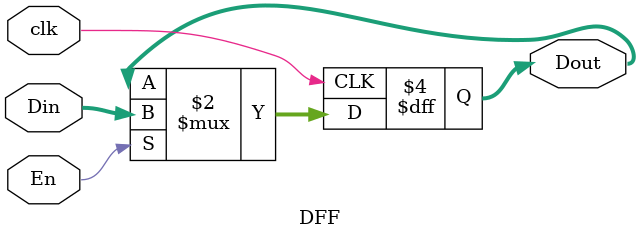
<source format=v>
`timescale 1ns / 1ps
module DFF(En, Din, clk, Dout);
	input En, clk;
	input [0:3] Din;
	output reg [0:3] Dout;
	
	always @(posedge clk)
		if (En)
			Dout <= Din;
endmodule

</source>
